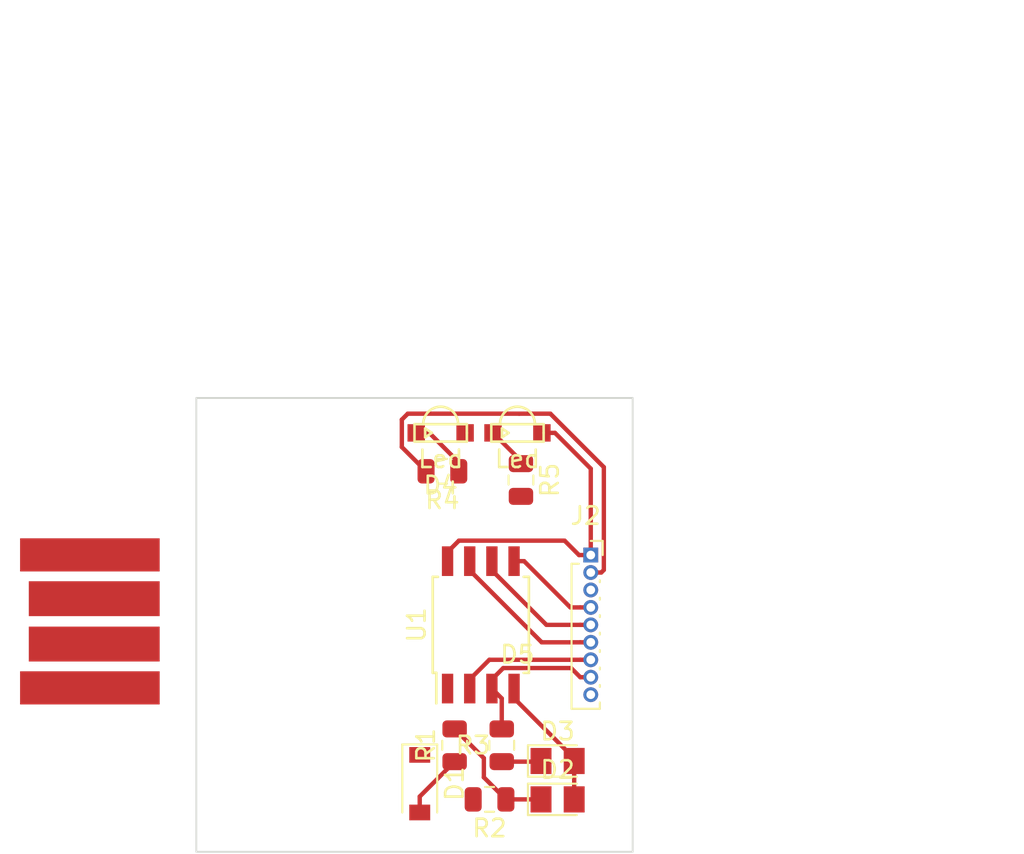
<source format=kicad_pcb>
(kicad_pcb (version 20171130) (host pcbnew "(5.0.0)")

  (general
    (thickness 1.6)
    (drawings 6)
    (tracks 59)
    (zones 0)
    (modules 13)
    (nets 15)
  )

  (page A4)
  (layers
    (0 F.Cu signal)
    (31 B.Cu signal)
    (32 B.Adhes user)
    (33 F.Adhes user)
    (34 B.Paste user)
    (35 F.Paste user)
    (36 B.SilkS user)
    (37 F.SilkS user)
    (38 B.Mask user)
    (39 F.Mask user)
    (40 Dwgs.User user)
    (41 Cmts.User user)
    (42 Eco1.User user)
    (43 Eco2.User user)
    (44 Edge.Cuts user)
    (45 Margin user)
    (46 B.CrtYd user)
    (47 F.CrtYd user)
    (48 B.Fab user)
    (49 F.Fab user)
  )

  (setup
    (last_trace_width 0.25)
    (trace_clearance 0.2)
    (zone_clearance 0.508)
    (zone_45_only no)
    (trace_min 0.2)
    (segment_width 0.2)
    (edge_width 0.1)
    (via_size 0.8)
    (via_drill 0.4)
    (via_min_size 0.4)
    (via_min_drill 0.3)
    (uvia_size 0.3)
    (uvia_drill 0.1)
    (uvias_allowed no)
    (uvia_min_size 0.2)
    (uvia_min_drill 0.1)
    (pcb_text_width 0.3)
    (pcb_text_size 1.5 1.5)
    (mod_edge_width 0.15)
    (mod_text_size 1 1)
    (mod_text_width 0.15)
    (pad_size 1.5 1.5)
    (pad_drill 0.6)
    (pad_to_mask_clearance 0)
    (aux_axis_origin 0 0)
    (visible_elements 7FFFFFFF)
    (pcbplotparams
      (layerselection 0x010fc_ffffffff)
      (usegerberextensions false)
      (usegerberattributes false)
      (usegerberadvancedattributes false)
      (creategerberjobfile false)
      (excludeedgelayer true)
      (linewidth 0.100000)
      (plotframeref false)
      (viasonmask false)
      (mode 1)
      (useauxorigin false)
      (hpglpennumber 1)
      (hpglpenspeed 20)
      (hpglpendiameter 15.000000)
      (psnegative false)
      (psa4output false)
      (plotreference true)
      (plotvalue true)
      (plotinvisibletext false)
      (padsonsilk false)
      (subtractmaskfromsilk false)
      (outputformat 1)
      (mirror false)
      (drillshape 1)
      (scaleselection 1)
      (outputdirectory ""))
  )

  (net 0 "")
  (net 1 "Net-(D1-Pad1)")
  (net 2 +5V)
  (net 3 "Net-(D2-Pad1)")
  (net 4 GND)
  (net 5 "Net-(D3-Pad1)")
  (net 6 "Net-(J2-Pad3)")
  (net 7 "Net-(J2-Pad4)")
  (net 8 "Net-(D4-Pad2)")
  (net 9 "Net-(J2-Pad6)")
  (net 10 "Net-(J2-Pad7)")
  (net 11 "Net-(J2-Pad8)")
  (net 12 "Net-(J2-Pad9)")
  (net 13 "Net-(D4-Pad1)")
  (net 14 "Net-(D5-Pad1)")

  (net_class Default "This is the default net class."
    (clearance 0.2)
    (trace_width 0.25)
    (via_dia 0.8)
    (via_drill 0.4)
    (uvia_dia 0.3)
    (uvia_drill 0.1)
    (add_net +5V)
    (add_net GND)
    (add_net "Net-(D1-Pad1)")
    (add_net "Net-(D2-Pad1)")
    (add_net "Net-(D3-Pad1)")
    (add_net "Net-(D4-Pad1)")
    (add_net "Net-(D4-Pad2)")
    (add_net "Net-(D5-Pad1)")
    (add_net "Net-(J2-Pad3)")
    (add_net "Net-(J2-Pad4)")
    (add_net "Net-(J2-Pad6)")
    (add_net "Net-(J2-Pad7)")
    (add_net "Net-(J2-Pad8)")
    (add_net "Net-(J2-Pad9)")
  )

  (module Package_SO:SOIJ-8_5.3x5.3mm_P1.27mm (layer F.Cu) (tedit 5A02F2D3) (tstamp 5B9DF2E8)
    (at 105.3 89 90)
    (descr "8-Lead Plastic Small Outline (SM) - Medium, 5.28 mm Body [SOIC] (see Microchip Packaging Specification 00000049BS.pdf)")
    (tags "SOIC 1.27")
    (path /5B9D9CB3)
    (attr smd)
    (fp_text reference U1 (at 0 -3.68 90) (layer F.SilkS)
      (effects (font (size 1 1) (thickness 0.15)))
    )
    (fp_text value ATtiny85-20SU (at 0 3.68 90) (layer F.Fab)
      (effects (font (size 1 1) (thickness 0.15)))
    )
    (fp_line (start -2.75 -2.55) (end -4.5 -2.55) (layer F.SilkS) (width 0.15))
    (fp_line (start -2.75 2.755) (end 2.75 2.755) (layer F.SilkS) (width 0.15))
    (fp_line (start -2.75 -2.755) (end 2.75 -2.755) (layer F.SilkS) (width 0.15))
    (fp_line (start -2.75 2.755) (end -2.75 2.455) (layer F.SilkS) (width 0.15))
    (fp_line (start 2.75 2.755) (end 2.75 2.455) (layer F.SilkS) (width 0.15))
    (fp_line (start 2.75 -2.755) (end 2.75 -2.455) (layer F.SilkS) (width 0.15))
    (fp_line (start -2.75 -2.755) (end -2.75 -2.55) (layer F.SilkS) (width 0.15))
    (fp_line (start -4.75 2.95) (end 4.75 2.95) (layer F.CrtYd) (width 0.05))
    (fp_line (start -4.75 -2.95) (end 4.75 -2.95) (layer F.CrtYd) (width 0.05))
    (fp_line (start 4.75 -2.95) (end 4.75 2.95) (layer F.CrtYd) (width 0.05))
    (fp_line (start -4.75 -2.95) (end -4.75 2.95) (layer F.CrtYd) (width 0.05))
    (fp_line (start -2.65 -1.65) (end -1.65 -2.65) (layer F.Fab) (width 0.15))
    (fp_line (start -2.65 2.65) (end -2.65 -1.65) (layer F.Fab) (width 0.15))
    (fp_line (start 2.65 2.65) (end -2.65 2.65) (layer F.Fab) (width 0.15))
    (fp_line (start 2.65 -2.65) (end 2.65 2.65) (layer F.Fab) (width 0.15))
    (fp_line (start -1.65 -2.65) (end 2.65 -2.65) (layer F.Fab) (width 0.15))
    (fp_text user %R (at 0 0 90) (layer F.Fab)
      (effects (font (size 1 1) (thickness 0.15)))
    )
    (pad 8 smd rect (at 3.65 -1.905 90) (size 1.7 0.65) (layers F.Cu F.Paste F.Mask)
      (net 2 +5V))
    (pad 7 smd rect (at 3.65 -0.635 90) (size 1.7 0.65) (layers F.Cu F.Paste F.Mask)
      (net 9 "Net-(J2-Pad6)"))
    (pad 6 smd rect (at 3.65 0.635 90) (size 1.7 0.65) (layers F.Cu F.Paste F.Mask)
      (net 8 "Net-(D4-Pad2)"))
    (pad 5 smd rect (at 3.65 1.905 90) (size 1.7 0.65) (layers F.Cu F.Paste F.Mask)
      (net 7 "Net-(J2-Pad4)"))
    (pad 4 smd rect (at -3.65 1.905 90) (size 1.7 0.65) (layers F.Cu F.Paste F.Mask)
      (net 4 GND))
    (pad 3 smd rect (at -3.65 0.635 90) (size 1.7 0.65) (layers F.Cu F.Paste F.Mask)
      (net 11 "Net-(J2-Pad8)"))
    (pad 2 smd rect (at -3.65 -0.635 90) (size 1.7 0.65) (layers F.Cu F.Paste F.Mask)
      (net 10 "Net-(J2-Pad7)"))
    (pad 1 smd rect (at -3.65 -1.905 90) (size 1.7 0.65) (layers F.Cu F.Paste F.Mask)
      (net 12 "Net-(J2-Pad9)"))
    (model ${KISYS3DMOD}/Package_SO.3dshapes/SOIJ-8_5.3x5.3mm_P1.27mm.wrl
      (at (xyz 0 0 0))
      (scale (xyz 1 1 1))
      (rotate (xyz 0 0 0))
    )
  )

  (module Resistor_SMD:R_0805_2012Metric (layer F.Cu) (tedit 5B36C52B) (tstamp 5B9DFD67)
    (at 107.6 80.7 270)
    (descr "Resistor SMD 0805 (2012 Metric), square (rectangular) end terminal, IPC_7351 nominal, (Body size source: https://docs.google.com/spreadsheets/d/1BsfQQcO9C6DZCsRaXUlFlo91Tg2WpOkGARC1WS5S8t0/edit?usp=sharing), generated with kicad-footprint-generator")
    (tags resistor)
    (path /5B9DA005)
    (attr smd)
    (fp_text reference R5 (at 0 -1.65 270) (layer F.SilkS)
      (effects (font (size 1 1) (thickness 0.15)))
    )
    (fp_text value 470 (at 0 1.65 270) (layer F.Fab)
      (effects (font (size 1 1) (thickness 0.15)))
    )
    (fp_text user %R (at 0 0 270) (layer F.Fab)
      (effects (font (size 0.5 0.5) (thickness 0.08)))
    )
    (fp_line (start 1.68 0.95) (end -1.68 0.95) (layer F.CrtYd) (width 0.05))
    (fp_line (start 1.68 -0.95) (end 1.68 0.95) (layer F.CrtYd) (width 0.05))
    (fp_line (start -1.68 -0.95) (end 1.68 -0.95) (layer F.CrtYd) (width 0.05))
    (fp_line (start -1.68 0.95) (end -1.68 -0.95) (layer F.CrtYd) (width 0.05))
    (fp_line (start -0.258578 0.71) (end 0.258578 0.71) (layer F.SilkS) (width 0.12))
    (fp_line (start -0.258578 -0.71) (end 0.258578 -0.71) (layer F.SilkS) (width 0.12))
    (fp_line (start 1 0.6) (end -1 0.6) (layer F.Fab) (width 0.1))
    (fp_line (start 1 -0.6) (end 1 0.6) (layer F.Fab) (width 0.1))
    (fp_line (start -1 -0.6) (end 1 -0.6) (layer F.Fab) (width 0.1))
    (fp_line (start -1 0.6) (end -1 -0.6) (layer F.Fab) (width 0.1))
    (pad 2 smd roundrect (at 0.9375 0 270) (size 0.975 1.4) (layers F.Cu F.Paste F.Mask) (roundrect_rratio 0.25)
      (net 4 GND))
    (pad 1 smd roundrect (at -0.9375 0 270) (size 0.975 1.4) (layers F.Cu F.Paste F.Mask) (roundrect_rratio 0.25)
      (net 14 "Net-(D5-Pad1)"))
    (model ${KISYS3DMOD}/Resistor_SMD.3dshapes/R_0805_2012Metric.wrl
      (at (xyz 0 0 0))
      (scale (xyz 1 1 1))
      (rotate (xyz 0 0 0))
    )
  )

  (module Connector_PinSocket_1.00mm:PinSocket_1x09_P1.00mm_Vertical (layer F.Cu) (tedit 5A19A433) (tstamp 5B9DF4C9)
    (at 111.6 85)
    (descr "Through hole straight socket strip, 1x09, 1.00mm pitch, single row (https://gct.co/files/drawings/bc065.pdf), script generated")
    (tags "Through hole socket strip THT 1x09 1.00mm single row")
    (path /5BA11A24)
    (fp_text reference J2 (at -0.29 -2.25) (layer F.SilkS)
      (effects (font (size 1 1) (thickness 0.15)))
    )
    (fp_text value Conn_01x09_Female (at -0.29 10.25) (layer F.Fab)
      (effects (font (size 1 1) (thickness 0.15)))
    )
    (fp_text user %R (at -0.29 4 90) (layer F.Fab)
      (effects (font (size 0.9 0.9) (thickness 0.14)))
    )
    (fp_line (start -1.54 9.25) (end -1.54 -1.25) (layer F.CrtYd) (width 0.05))
    (fp_line (start 0.96 9.25) (end -1.54 9.25) (layer F.CrtYd) (width 0.05))
    (fp_line (start 0.96 -1.25) (end 0.96 9.25) (layer F.CrtYd) (width 0.05))
    (fp_line (start -1.54 -1.25) (end 0.96 -1.25) (layer F.CrtYd) (width 0.05))
    (fp_line (start 0 -0.81) (end 0.685 -0.81) (layer F.SilkS) (width 0.12))
    (fp_line (start 0.685 -0.81) (end 0.685 0) (layer F.SilkS) (width 0.12))
    (fp_line (start 0.52 8.445898) (end 0.52 8.81) (layer F.SilkS) (width 0.12))
    (fp_line (start 0.52 7.445898) (end 0.52 7.554102) (layer F.SilkS) (width 0.12))
    (fp_line (start 0.52 6.445898) (end 0.52 6.554102) (layer F.SilkS) (width 0.12))
    (fp_line (start 0.52 5.445898) (end 0.52 5.554102) (layer F.SilkS) (width 0.12))
    (fp_line (start 0.52 4.445898) (end 0.52 4.554102) (layer F.SilkS) (width 0.12))
    (fp_line (start 0.52 3.445898) (end 0.52 3.554102) (layer F.SilkS) (width 0.12))
    (fp_line (start 0.52 2.445898) (end 0.52 2.554102) (layer F.SilkS) (width 0.12))
    (fp_line (start 0.52 1.445898) (end 0.52 1.554102) (layer F.SilkS) (width 0.12))
    (fp_line (start -1.1 8.81) (end 0.52 8.81) (layer F.SilkS) (width 0.12))
    (fp_line (start -1.1 0.5) (end -1.1 8.81) (layer F.SilkS) (width 0.12))
    (fp_line (start -1.1 0.5) (end -0.685 0.5) (layer F.SilkS) (width 0.12))
    (fp_line (start -1.04 8.75) (end -1.04 -0.75) (layer F.Fab) (width 0.1))
    (fp_line (start 0.46 8.75) (end -1.04 8.75) (layer F.Fab) (width 0.1))
    (fp_line (start 0.46 -0.375) (end 0.46 8.75) (layer F.Fab) (width 0.1))
    (fp_line (start 0.085 -0.75) (end 0.46 -0.375) (layer F.Fab) (width 0.1))
    (fp_line (start -1.04 -0.75) (end 0.085 -0.75) (layer F.Fab) (width 0.1))
    (pad 9 thru_hole oval (at 0 8) (size 0.85 0.85) (drill 0.5) (layers *.Cu *.Mask)
      (net 12 "Net-(J2-Pad9)"))
    (pad 8 thru_hole oval (at 0 7) (size 0.85 0.85) (drill 0.5) (layers *.Cu *.Mask)
      (net 11 "Net-(J2-Pad8)"))
    (pad 7 thru_hole oval (at 0 6) (size 0.85 0.85) (drill 0.5) (layers *.Cu *.Mask)
      (net 10 "Net-(J2-Pad7)"))
    (pad 6 thru_hole oval (at 0 5) (size 0.85 0.85) (drill 0.5) (layers *.Cu *.Mask)
      (net 9 "Net-(J2-Pad6)"))
    (pad 5 thru_hole oval (at 0 4) (size 0.85 0.85) (drill 0.5) (layers *.Cu *.Mask)
      (net 8 "Net-(D4-Pad2)"))
    (pad 4 thru_hole oval (at 0 3) (size 0.85 0.85) (drill 0.5) (layers *.Cu *.Mask)
      (net 7 "Net-(J2-Pad4)"))
    (pad 3 thru_hole oval (at 0 2) (size 0.85 0.85) (drill 0.5) (layers *.Cu *.Mask)
      (net 6 "Net-(J2-Pad3)"))
    (pad 2 thru_hole oval (at 0 1) (size 0.85 0.85) (drill 0.5) (layers *.Cu *.Mask)
      (net 4 GND))
    (pad 1 thru_hole rect (at 0 0) (size 0.85 0.85) (drill 0.5) (layers *.Cu *.Mask)
      (net 2 +5V))
    (model ${KISYS3DMOD}/Connector_PinSocket_1.00mm.3dshapes/PinSocket_1x09_P1.00mm_Vertical.wrl
      (at (xyz 0 0 0))
      (scale (xyz 1 1 1))
      (rotate (xyz 0 0 0))
    )
  )

  (module Diode_SMD:D_SOD-123 (layer F.Cu) (tedit 58645DC7) (tstamp 5B9DF1A4)
    (at 101.8 98.1 270)
    (descr SOD-123)
    (tags SOD-123)
    (path /5B9DA5AD)
    (attr smd)
    (fp_text reference D1 (at 0 -2 270) (layer F.SilkS)
      (effects (font (size 1 1) (thickness 0.15)))
    )
    (fp_text value DIODE (at 0 2.1 270) (layer F.Fab)
      (effects (font (size 1 1) (thickness 0.15)))
    )
    (fp_line (start -2.25 -1) (end 1.65 -1) (layer F.SilkS) (width 0.12))
    (fp_line (start -2.25 1) (end 1.65 1) (layer F.SilkS) (width 0.12))
    (fp_line (start -2.35 -1.15) (end -2.35 1.15) (layer F.CrtYd) (width 0.05))
    (fp_line (start 2.35 1.15) (end -2.35 1.15) (layer F.CrtYd) (width 0.05))
    (fp_line (start 2.35 -1.15) (end 2.35 1.15) (layer F.CrtYd) (width 0.05))
    (fp_line (start -2.35 -1.15) (end 2.35 -1.15) (layer F.CrtYd) (width 0.05))
    (fp_line (start -1.4 -0.9) (end 1.4 -0.9) (layer F.Fab) (width 0.1))
    (fp_line (start 1.4 -0.9) (end 1.4 0.9) (layer F.Fab) (width 0.1))
    (fp_line (start 1.4 0.9) (end -1.4 0.9) (layer F.Fab) (width 0.1))
    (fp_line (start -1.4 0.9) (end -1.4 -0.9) (layer F.Fab) (width 0.1))
    (fp_line (start -0.75 0) (end -0.35 0) (layer F.Fab) (width 0.1))
    (fp_line (start -0.35 0) (end -0.35 -0.55) (layer F.Fab) (width 0.1))
    (fp_line (start -0.35 0) (end -0.35 0.55) (layer F.Fab) (width 0.1))
    (fp_line (start -0.35 0) (end 0.25 -0.4) (layer F.Fab) (width 0.1))
    (fp_line (start 0.25 -0.4) (end 0.25 0.4) (layer F.Fab) (width 0.1))
    (fp_line (start 0.25 0.4) (end -0.35 0) (layer F.Fab) (width 0.1))
    (fp_line (start 0.25 0) (end 0.75 0) (layer F.Fab) (width 0.1))
    (fp_line (start -2.25 -1) (end -2.25 1) (layer F.SilkS) (width 0.12))
    (fp_text user %R (at 0 -2 270) (layer F.Fab)
      (effects (font (size 1 1) (thickness 0.15)))
    )
    (pad 2 smd rect (at 1.65 0 270) (size 0.9 1.2) (layers F.Cu F.Paste F.Mask)
      (net 2 +5V))
    (pad 1 smd rect (at -1.65 0 270) (size 0.9 1.2) (layers F.Cu F.Paste F.Mask)
      (net 1 "Net-(D1-Pad1)"))
    (model ${KISYS3DMOD}/Diode_SMD.3dshapes/D_SOD-123.wrl
      (at (xyz 0 0 0))
      (scale (xyz 1 1 1))
      (rotate (xyz 0 0 0))
    )
  )

  (module Diode_SMD:D_MicroMELF (layer F.Cu) (tedit 5905DB79) (tstamp 5B9DF12C)
    (at 109.7 99)
    (descr "Diode, MicroMELF, http://www.vishay.com/docs/85597/bzm55-se.pdf")
    (tags "MicroMELF Diode")
    (path /5B9DA231)
    (attr smd)
    (fp_text reference D2 (at 0 -1.7) (layer F.SilkS)
      (effects (font (size 1 1) (thickness 0.15)))
    )
    (fp_text value 3,6v (at 0 1.8) (layer F.Fab)
      (effects (font (size 1 1) (thickness 0.15)))
    )
    (fp_line (start 1.8 1) (end -1.8 1) (layer F.CrtYd) (width 0.05))
    (fp_line (start 1.8 1) (end 1.8 -1) (layer F.CrtYd) (width 0.05))
    (fp_line (start -1.8 -1) (end -1.8 1) (layer F.CrtYd) (width 0.05))
    (fp_line (start -1.8 -1) (end 1.8 -1) (layer F.CrtYd) (width 0.05))
    (fp_line (start -1.1 0.55) (end -1.1 -0.55) (layer F.Fab) (width 0.12))
    (fp_line (start 1.1 0.55) (end -1.1 0.55) (layer F.Fab) (width 0.12))
    (fp_line (start 1.1 -0.55) (end 1.1 0.55) (layer F.Fab) (width 0.12))
    (fp_line (start -1.1 -0.55) (end 1.1 -0.55) (layer F.Fab) (width 0.12))
    (fp_line (start -0.6 -0.55) (end -0.6 0.55) (layer F.Fab) (width 0.12))
    (fp_text user %R (at 0 -1.7) (layer F.Fab)
      (effects (font (size 1 1) (thickness 0.15)))
    )
    (fp_line (start -0.25 -0.25) (end -0.25 0.25) (layer F.Fab) (width 0.12))
    (fp_line (start -0.25 0) (end -0.75 0) (layer F.Fab) (width 0.12))
    (fp_line (start 0.25 0.25) (end -0.25 0) (layer F.Fab) (width 0.12))
    (fp_line (start 0.25 -0.25) (end 0.25 0.25) (layer F.Fab) (width 0.12))
    (fp_line (start -0.25 0) (end 0.25 -0.25) (layer F.Fab) (width 0.12))
    (fp_line (start 0.25 0) (end 0.75 0) (layer F.Fab) (width 0.12))
    (fp_line (start -1.7 0.9) (end 1.1 0.9) (layer F.SilkS) (width 0.12))
    (fp_line (start -1.7 -0.9) (end -1.7 0.9) (layer F.SilkS) (width 0.12))
    (fp_line (start 1.1 -0.9) (end -1.7 -0.9) (layer F.SilkS) (width 0.12))
    (pad 2 smd rect (at 0.95 0) (size 1.2 1.5) (layers F.Cu F.Paste F.Mask)
      (net 4 GND))
    (pad 1 smd rect (at -0.95 0) (size 1.2 1.5) (layers F.Cu F.Paste F.Mask)
      (net 3 "Net-(D2-Pad1)"))
    (model ${KISYS3DMOD}/Diode_SMD.3dshapes/D_MicroMELF.wrl
      (at (xyz 0 0 0))
      (scale (xyz 1 1 1))
      (rotate (xyz 0 0 0))
    )
  )

  (module Diode_SMD:D_MicroMELF (layer F.Cu) (tedit 5905DB79) (tstamp 5B9DF1EC)
    (at 109.7 96.8)
    (descr "Diode, MicroMELF, http://www.vishay.com/docs/85597/bzm55-se.pdf")
    (tags "MicroMELF Diode")
    (path /5B9DA27C)
    (attr smd)
    (fp_text reference D3 (at 0 -1.7) (layer F.SilkS)
      (effects (font (size 1 1) (thickness 0.15)))
    )
    (fp_text value 3,6v (at 0 1.8) (layer F.Fab)
      (effects (font (size 1 1) (thickness 0.15)))
    )
    (fp_line (start 1.8 1) (end -1.8 1) (layer F.CrtYd) (width 0.05))
    (fp_line (start 1.8 1) (end 1.8 -1) (layer F.CrtYd) (width 0.05))
    (fp_line (start -1.8 -1) (end -1.8 1) (layer F.CrtYd) (width 0.05))
    (fp_line (start -1.8 -1) (end 1.8 -1) (layer F.CrtYd) (width 0.05))
    (fp_line (start -1.1 0.55) (end -1.1 -0.55) (layer F.Fab) (width 0.12))
    (fp_line (start 1.1 0.55) (end -1.1 0.55) (layer F.Fab) (width 0.12))
    (fp_line (start 1.1 -0.55) (end 1.1 0.55) (layer F.Fab) (width 0.12))
    (fp_line (start -1.1 -0.55) (end 1.1 -0.55) (layer F.Fab) (width 0.12))
    (fp_line (start -0.6 -0.55) (end -0.6 0.55) (layer F.Fab) (width 0.12))
    (fp_text user %R (at 0 -1.7) (layer F.Fab)
      (effects (font (size 1 1) (thickness 0.15)))
    )
    (fp_line (start -0.25 -0.25) (end -0.25 0.25) (layer F.Fab) (width 0.12))
    (fp_line (start -0.25 0) (end -0.75 0) (layer F.Fab) (width 0.12))
    (fp_line (start 0.25 0.25) (end -0.25 0) (layer F.Fab) (width 0.12))
    (fp_line (start 0.25 -0.25) (end 0.25 0.25) (layer F.Fab) (width 0.12))
    (fp_line (start -0.25 0) (end 0.25 -0.25) (layer F.Fab) (width 0.12))
    (fp_line (start 0.25 0) (end 0.75 0) (layer F.Fab) (width 0.12))
    (fp_line (start -1.7 0.9) (end 1.1 0.9) (layer F.SilkS) (width 0.12))
    (fp_line (start -1.7 -0.9) (end -1.7 0.9) (layer F.SilkS) (width 0.12))
    (fp_line (start 1.1 -0.9) (end -1.7 -0.9) (layer F.SilkS) (width 0.12))
    (pad 2 smd rect (at 0.95 0) (size 1.2 1.5) (layers F.Cu F.Paste F.Mask)
      (net 4 GND))
    (pad 1 smd rect (at -0.95 0) (size 1.2 1.5) (layers F.Cu F.Paste F.Mask)
      (net 5 "Net-(D3-Pad1)"))
    (model ${KISYS3DMOD}/Diode_SMD.3dshapes/D_MicroMELF.wrl
      (at (xyz 0 0 0))
      (scale (xyz 1 1 1))
      (rotate (xyz 0 0 0))
    )
  )

  (module Resistor_SMD:R_0805_2012Metric (layer F.Cu) (tedit 5B36C52B) (tstamp 5B9E76A4)
    (at 103.8 95.9 90)
    (descr "Resistor SMD 0805 (2012 Metric), square (rectangular) end terminal, IPC_7351 nominal, (Body size source: https://docs.google.com/spreadsheets/d/1BsfQQcO9C6DZCsRaXUlFlo91Tg2WpOkGARC1WS5S8t0/edit?usp=sharing), generated with kicad-footprint-generator")
    (tags resistor)
    (path /5B9DA46A)
    (attr smd)
    (fp_text reference R1 (at 0 -1.65 90) (layer F.SilkS)
      (effects (font (size 1 1) (thickness 0.15)))
    )
    (fp_text value 1K5 (at 0 1.65 90) (layer F.Fab)
      (effects (font (size 1 1) (thickness 0.15)))
    )
    (fp_text user %R (at 0 0 90) (layer F.Fab)
      (effects (font (size 0.5 0.5) (thickness 0.08)))
    )
    (fp_line (start 1.68 0.95) (end -1.68 0.95) (layer F.CrtYd) (width 0.05))
    (fp_line (start 1.68 -0.95) (end 1.68 0.95) (layer F.CrtYd) (width 0.05))
    (fp_line (start -1.68 -0.95) (end 1.68 -0.95) (layer F.CrtYd) (width 0.05))
    (fp_line (start -1.68 0.95) (end -1.68 -0.95) (layer F.CrtYd) (width 0.05))
    (fp_line (start -0.258578 0.71) (end 0.258578 0.71) (layer F.SilkS) (width 0.12))
    (fp_line (start -0.258578 -0.71) (end 0.258578 -0.71) (layer F.SilkS) (width 0.12))
    (fp_line (start 1 0.6) (end -1 0.6) (layer F.Fab) (width 0.1))
    (fp_line (start 1 -0.6) (end 1 0.6) (layer F.Fab) (width 0.1))
    (fp_line (start -1 -0.6) (end 1 -0.6) (layer F.Fab) (width 0.1))
    (fp_line (start -1 0.6) (end -1 -0.6) (layer F.Fab) (width 0.1))
    (pad 2 smd roundrect (at 0.9375 0 90) (size 0.975 1.4) (layers F.Cu F.Paste F.Mask) (roundrect_rratio 0.25)
      (net 3 "Net-(D2-Pad1)"))
    (pad 1 smd roundrect (at -0.9375 0 90) (size 0.975 1.4) (layers F.Cu F.Paste F.Mask) (roundrect_rratio 0.25)
      (net 2 +5V))
    (model ${KISYS3DMOD}/Resistor_SMD.3dshapes/R_0805_2012Metric.wrl
      (at (xyz 0 0 0))
      (scale (xyz 1 1 1))
      (rotate (xyz 0 0 0))
    )
  )

  (module Resistor_SMD:R_0805_2012Metric (layer F.Cu) (tedit 5B36C52B) (tstamp 5B9DF22C)
    (at 105.8 99 180)
    (descr "Resistor SMD 0805 (2012 Metric), square (rectangular) end terminal, IPC_7351 nominal, (Body size source: https://docs.google.com/spreadsheets/d/1BsfQQcO9C6DZCsRaXUlFlo91Tg2WpOkGARC1WS5S8t0/edit?usp=sharing), generated with kicad-footprint-generator")
    (tags resistor)
    (path /5B9DA2A9)
    (attr smd)
    (fp_text reference R2 (at 0 -1.65 180) (layer F.SilkS)
      (effects (font (size 1 1) (thickness 0.15)))
    )
    (fp_text value 68 (at 0 1.65 270) (layer F.Fab)
      (effects (font (size 1 1) (thickness 0.15)))
    )
    (fp_text user %R (at 0 0 180) (layer F.Fab)
      (effects (font (size 0.5 0.5) (thickness 0.08)))
    )
    (fp_line (start 1.68 0.95) (end -1.68 0.95) (layer F.CrtYd) (width 0.05))
    (fp_line (start 1.68 -0.95) (end 1.68 0.95) (layer F.CrtYd) (width 0.05))
    (fp_line (start -1.68 -0.95) (end 1.68 -0.95) (layer F.CrtYd) (width 0.05))
    (fp_line (start -1.68 0.95) (end -1.68 -0.95) (layer F.CrtYd) (width 0.05))
    (fp_line (start -0.258578 0.71) (end 0.258578 0.71) (layer F.SilkS) (width 0.12))
    (fp_line (start -0.258578 -0.71) (end 0.258578 -0.71) (layer F.SilkS) (width 0.12))
    (fp_line (start 1 0.6) (end -1 0.6) (layer F.Fab) (width 0.1))
    (fp_line (start 1 -0.6) (end 1 0.6) (layer F.Fab) (width 0.1))
    (fp_line (start -1 -0.6) (end 1 -0.6) (layer F.Fab) (width 0.1))
    (fp_line (start -1 0.6) (end -1 -0.6) (layer F.Fab) (width 0.1))
    (pad 2 smd roundrect (at 0.9375 0 180) (size 0.975 1.4) (layers F.Cu F.Paste F.Mask) (roundrect_rratio 0.25)
      (net 10 "Net-(J2-Pad7)"))
    (pad 1 smd roundrect (at -0.9375 0 180) (size 0.975 1.4) (layers F.Cu F.Paste F.Mask) (roundrect_rratio 0.25)
      (net 3 "Net-(D2-Pad1)"))
    (model ${KISYS3DMOD}/Resistor_SMD.3dshapes/R_0805_2012Metric.wrl
      (at (xyz 0 0 0))
      (scale (xyz 1 1 1))
      (rotate (xyz 0 0 0))
    )
  )

  (module Resistor_SMD:R_0805_2012Metric (layer F.Cu) (tedit 5B36C52B) (tstamp 5B9E00CF)
    (at 106.5 95.9 90)
    (descr "Resistor SMD 0805 (2012 Metric), square (rectangular) end terminal, IPC_7351 nominal, (Body size source: https://docs.google.com/spreadsheets/d/1BsfQQcO9C6DZCsRaXUlFlo91Tg2WpOkGARC1WS5S8t0/edit?usp=sharing), generated with kicad-footprint-generator")
    (tags resistor)
    (path /5B9DA3D2)
    (attr smd)
    (fp_text reference R3 (at 0 -1.65 180) (layer F.SilkS)
      (effects (font (size 1 1) (thickness 0.15)))
    )
    (fp_text value 68 (at 0 1.65 90) (layer F.Fab)
      (effects (font (size 1 1) (thickness 0.15)))
    )
    (fp_text user %R (at 0 0 90) (layer F.Fab)
      (effects (font (size 0.5 0.5) (thickness 0.08)))
    )
    (fp_line (start 1.68 0.95) (end -1.68 0.95) (layer F.CrtYd) (width 0.05))
    (fp_line (start 1.68 -0.95) (end 1.68 0.95) (layer F.CrtYd) (width 0.05))
    (fp_line (start -1.68 -0.95) (end 1.68 -0.95) (layer F.CrtYd) (width 0.05))
    (fp_line (start -1.68 0.95) (end -1.68 -0.95) (layer F.CrtYd) (width 0.05))
    (fp_line (start -0.258578 0.71) (end 0.258578 0.71) (layer F.SilkS) (width 0.12))
    (fp_line (start -0.258578 -0.71) (end 0.258578 -0.71) (layer F.SilkS) (width 0.12))
    (fp_line (start 1 0.6) (end -1 0.6) (layer F.Fab) (width 0.1))
    (fp_line (start 1 -0.6) (end 1 0.6) (layer F.Fab) (width 0.1))
    (fp_line (start -1 -0.6) (end 1 -0.6) (layer F.Fab) (width 0.1))
    (fp_line (start -1 0.6) (end -1 -0.6) (layer F.Fab) (width 0.1))
    (pad 2 smd roundrect (at 0.9375 0 90) (size 0.975 1.4) (layers F.Cu F.Paste F.Mask) (roundrect_rratio 0.25)
      (net 11 "Net-(J2-Pad8)"))
    (pad 1 smd roundrect (at -0.9375 0 90) (size 0.975 1.4) (layers F.Cu F.Paste F.Mask) (roundrect_rratio 0.25)
      (net 5 "Net-(D3-Pad1)"))
    (model ${KISYS3DMOD}/Resistor_SMD.3dshapes/R_0805_2012Metric.wrl
      (at (xyz 0 0 0))
      (scale (xyz 1 1 1))
      (rotate (xyz 0 0 0))
    )
  )

  (module Resistor_SMD:R_0805_2012Metric (layer F.Cu) (tedit 5B36C52B) (tstamp 5B9DF7F0)
    (at 103.1 80.2 180)
    (descr "Resistor SMD 0805 (2012 Metric), square (rectangular) end terminal, IPC_7351 nominal, (Body size source: https://docs.google.com/spreadsheets/d/1BsfQQcO9C6DZCsRaXUlFlo91Tg2WpOkGARC1WS5S8t0/edit?usp=sharing), generated with kicad-footprint-generator")
    (tags resistor)
    (path /5B9D9FBB)
    (attr smd)
    (fp_text reference R4 (at 0 -1.65 180) (layer F.SilkS)
      (effects (font (size 1 1) (thickness 0.15)))
    )
    (fp_text value 470 (at 0 1.65 180) (layer F.Fab)
      (effects (font (size 1 1) (thickness 0.15)))
    )
    (fp_text user %R (at 0 0 180) (layer F.Fab)
      (effects (font (size 0.5 0.5) (thickness 0.08)))
    )
    (fp_line (start 1.68 0.95) (end -1.68 0.95) (layer F.CrtYd) (width 0.05))
    (fp_line (start 1.68 -0.95) (end 1.68 0.95) (layer F.CrtYd) (width 0.05))
    (fp_line (start -1.68 -0.95) (end 1.68 -0.95) (layer F.CrtYd) (width 0.05))
    (fp_line (start -1.68 0.95) (end -1.68 -0.95) (layer F.CrtYd) (width 0.05))
    (fp_line (start -0.258578 0.71) (end 0.258578 0.71) (layer F.SilkS) (width 0.12))
    (fp_line (start -0.258578 -0.71) (end 0.258578 -0.71) (layer F.SilkS) (width 0.12))
    (fp_line (start 1 0.6) (end -1 0.6) (layer F.Fab) (width 0.1))
    (fp_line (start 1 -0.6) (end 1 0.6) (layer F.Fab) (width 0.1))
    (fp_line (start -1 -0.6) (end 1 -0.6) (layer F.Fab) (width 0.1))
    (fp_line (start -1 0.6) (end -1 -0.6) (layer F.Fab) (width 0.1))
    (pad 2 smd roundrect (at 0.9375 0 180) (size 0.975 1.4) (layers F.Cu F.Paste F.Mask) (roundrect_rratio 0.25)
      (net 4 GND))
    (pad 1 smd roundrect (at -0.9375 0 180) (size 0.975 1.4) (layers F.Cu F.Paste F.Mask) (roundrect_rratio 0.25)
      (net 13 "Net-(D4-Pad1)"))
    (model ${KISYS3DMOD}/Resistor_SMD.3dshapes/R_0805_2012Metric.wrl
      (at (xyz 0 0 0))
      (scale (xyz 1 1 1))
      (rotate (xyz 0 0 0))
    )
  )

  (module uccMicroDuino:LedSmd1221SYGCS530XXTR8 (layer F.Cu) (tedit 5B9E7B98) (tstamp 5B9DF04B)
    (at 103 78)
    (path /5B9D9F26)
    (attr smd)
    (fp_text reference D4 (at 0 3) (layer F.SilkS)
      (effects (font (size 1 1) (thickness 0.15)))
    )
    (fp_text value LED_GREEN (at 0 -3) (layer F.Fab)
      (effects (font (size 1 1) (thickness 0.15)))
    )
    (fp_line (start 1.5 0) (end 1.5 -0.5) (layer F.SilkS) (width 0.15))
    (fp_line (start 1.5 -0.5) (end -1.5 -0.5) (layer F.SilkS) (width 0.15))
    (fp_line (start -1.5 -0.5) (end -1.5 0.5) (layer F.SilkS) (width 0.15))
    (fp_line (start -1.5 0.5) (end 1.5 0.5) (layer F.SilkS) (width 0.15))
    (fp_line (start 1.5 0.5) (end 1.5 0) (layer F.SilkS) (width 0.15))
    (fp_arc (start 0 -0.5) (end 1 -0.5) (angle -180) (layer F.SilkS) (width 0.15))
    (fp_text user Led (at 0 1.5) (layer F.SilkS)
      (effects (font (size 1 1) (thickness 0.15)))
    )
    (fp_line (start -0.889 -0.127) (end -0.889 0.254) (layer F.SilkS) (width 0.15))
    (fp_line (start -0.889 0.254) (end -0.508 0) (layer F.SilkS) (width 0.15))
    (fp_line (start -0.508 0) (end -0.889 -0.254) (layer F.SilkS) (width 0.15))
    (fp_line (start -0.889 -0.254) (end -0.889 -0.127) (layer F.SilkS) (width 0.15))
    (pad 1 smd rect (at -1.4 0) (size 1 1) (layers F.Cu F.Paste F.Mask)
      (net 13 "Net-(D4-Pad1)"))
    (pad 2 smd rect (at 1.4 0) (size 1 1) (layers F.Cu F.Paste F.Mask)
      (net 8 "Net-(D4-Pad2)"))
  )

  (module uccMicroDuino:LedSmd1221SYGCS530XXTR8 (layer F.Cu) (tedit 5B9DE1D5) (tstamp 5B9DF05C)
    (at 107.4 78)
    (path /5B9D9EB3)
    (attr smd)
    (fp_text reference D5 (at 0 12.7) (layer F.SilkS)
      (effects (font (size 1 1) (thickness 0.15)))
    )
    (fp_text value LED_RED (at 0 -10.16) (layer F.Fab)
      (effects (font (size 1 1) (thickness 0.15)))
    )
    (fp_line (start 1.5 0) (end 1.5 -0.5) (layer F.SilkS) (width 0.15))
    (fp_line (start 1.5 -0.5) (end -1.5 -0.5) (layer F.SilkS) (width 0.15))
    (fp_line (start -1.5 -0.5) (end -1.5 0.5) (layer F.SilkS) (width 0.15))
    (fp_line (start -1.5 0.5) (end 1.5 0.5) (layer F.SilkS) (width 0.15))
    (fp_line (start 1.5 0.5) (end 1.5 0) (layer F.SilkS) (width 0.15))
    (fp_arc (start 0 -0.5) (end 1 -0.5) (angle -180) (layer F.SilkS) (width 0.15))
    (fp_text user Led (at 0 1.5) (layer F.SilkS)
      (effects (font (size 1 1) (thickness 0.15)))
    )
    (fp_line (start -0.889 -0.127) (end -0.889 0.254) (layer F.SilkS) (width 0.15))
    (fp_line (start -0.889 0.254) (end -0.508 0) (layer F.SilkS) (width 0.15))
    (fp_line (start -0.508 0) (end -0.889 -0.254) (layer F.SilkS) (width 0.15))
    (fp_line (start -0.889 -0.254) (end -0.889 -0.127) (layer F.SilkS) (width 0.15))
    (pad 1 smd rect (at -1.4 0) (size 1 1) (layers F.Cu F.Paste F.Mask)
      (net 14 "Net-(D5-Pad1)"))
    (pad 2 smd rect (at 1.4 0) (size 1 1) (layers F.Cu F.Paste F.Mask)
      (net 2 +5V))
  )

  (module uccMicroDuino:usb-PCB (layer F.Cu) (tedit 542BB0AF) (tstamp 5B9DF067)
    (at 78 88.8 270)
    (path /5BA191F4)
    (attr virtual)
    (fp_text reference J1 (at 0.13 -7.85 270) (layer F.SilkS) hide
      (effects (font (size 1.5 1.5) (thickness 0.15)))
    )
    (fp_text value USB_A_PLUG (at 0.29 -10.13 270) (layer F.SilkS) hide
      (effects (font (size 1.5 1.5) (thickness 0.15)))
    )
    (fp_line (start -6.03 0) (end -6.03 -12) (layer Dwgs.User) (width 0.15))
    (fp_line (start 6.03 0) (end -6.03 0) (layer Dwgs.User) (width 0.15))
    (fp_line (start 6.03 0) (end 6.03 -12) (layer Dwgs.User) (width 0.15))
    (pad 2 connect rect (at 1.3 -5.15 270) (size 2 7.5) (layers F.Cu F.Mask)
      (net 3 "Net-(D2-Pad1)"))
    (pad 3 connect rect (at -1.3 -5.15 270) (size 2 7.5) (layers F.Cu F.Mask)
      (net 5 "Net-(D3-Pad1)"))
    (pad 4 connect rect (at -3.81 -4.9 270) (size 1.9 8) (layers F.Cu F.Mask)
      (net 4 GND))
    (pad 1 connect rect (at 3.81 -4.9 270) (size 1.9 8) (layers F.Cu F.Mask)
      (net 1 "Net-(D1-Pad1)"))
  )

  (dimension 26 (width 0.3) (layer Dwgs.User)
    (gr_text "26.000 mm" (at 134.5 89 270) (layer Dwgs.User)
      (effects (font (size 1.5 1.5) (thickness 0.3)))
    )
    (feature1 (pts (xy 114 102) (xy 132.986421 102)))
    (feature2 (pts (xy 114 76) (xy 132.986421 76)))
    (crossbar (pts (xy 132.4 76) (xy 132.4 102)))
    (arrow1a (pts (xy 132.4 102) (xy 131.813579 100.873496)))
    (arrow1b (pts (xy 132.4 102) (xy 132.986421 100.873496)))
    (arrow2a (pts (xy 132.4 76) (xy 131.813579 77.126504)))
    (arrow2b (pts (xy 132.4 76) (xy 132.986421 77.126504)))
  )
  (dimension 25 (width 0.3) (layer Dwgs.User)
    (gr_text "25.000 mm" (at 101.5 54.3) (layer Dwgs.User)
      (effects (font (size 1.5 1.5) (thickness 0.3)))
    )
    (feature1 (pts (xy 114 76) (xy 114 55.813579)))
    (feature2 (pts (xy 89 76) (xy 89 55.813579)))
    (crossbar (pts (xy 89 56.4) (xy 114 56.4)))
    (arrow1a (pts (xy 114 56.4) (xy 112.873496 56.986421)))
    (arrow1b (pts (xy 114 56.4) (xy 112.873496 55.813579)))
    (arrow2a (pts (xy 89 56.4) (xy 90.126504 56.986421)))
    (arrow2b (pts (xy 89 56.4) (xy 90.126504 55.813579)))
  )
  (gr_line (start 89 76) (end 114 76) (layer Edge.Cuts) (width 0.1))
  (gr_line (start 89 102) (end 89 76) (layer Edge.Cuts) (width 0.1))
  (gr_line (start 114 102) (end 89 102) (layer Edge.Cuts) (width 0.1))
  (gr_line (start 114 76) (end 114 102) (layer Edge.Cuts) (width 0.1))

  (segment (start 109.55 78) (end 108.8 78) (width 0.25) (layer F.Cu) (net 2))
  (segment (start 111.6 80.05) (end 109.55 78) (width 0.25) (layer F.Cu) (net 2))
  (segment (start 111.6 85) (end 111.6 80.05) (width 0.25) (layer F.Cu) (net 2))
  (segment (start 103.365 85.575) (end 103.365 85.05) (width 0.25) (layer F.Cu) (net 2))
  (segment (start 110.925 85) (end 111.6 85) (width 0.25) (layer F.Cu) (net 2))
  (segment (start 110.099999 84.174999) (end 110.925 85) (width 0.25) (layer F.Cu) (net 2))
  (segment (start 104.045001 84.174999) (end 110.099999 84.174999) (width 0.25) (layer F.Cu) (net 2))
  (segment (start 103.395 84.825) (end 104.045001 84.174999) (width 0.25) (layer F.Cu) (net 2))
  (segment (start 103.395 85.35) (end 103.395 84.825) (width 0.25) (layer F.Cu) (net 2))
  (segment (start 101.8 98.8375) (end 103.8 96.8375) (width 0.25) (layer F.Cu) (net 2))
  (segment (start 101.8 99.75) (end 101.8 98.8375) (width 0.25) (layer F.Cu) (net 2))
  (segment (start 106.7375 99) (end 108.75 99) (width 0.25) (layer F.Cu) (net 3))
  (segment (start 104.356237 95.518737) (end 103.8 94.9625) (width 0.25) (layer F.Cu) (net 3))
  (segment (start 105.47499 96.63749) (end 104.356237 95.518737) (width 0.25) (layer F.Cu) (net 3))
  (segment (start 105.47499 97.73749) (end 105.47499 96.63749) (width 0.25) (layer F.Cu) (net 3))
  (segment (start 106.7375 99) (end 105.47499 97.73749) (width 0.25) (layer F.Cu) (net 3))
  (segment (start 110.65 96.8) (end 110.65 99) (width 0.25) (layer F.Cu) (net 4))
  (segment (start 100.774999 77.239999) (end 101.114998 76.9) (width 0.25) (layer F.Cu) (net 4))
  (segment (start 102.1625 80.2) (end 100.774999 78.812499) (width 0.25) (layer F.Cu) (net 4))
  (segment (start 100.774999 78.812499) (end 100.774999 77.239999) (width 0.25) (layer F.Cu) (net 4))
  (segment (start 112.350001 85.851039) (end 112.20104 86) (width 0.25) (layer F.Cu) (net 4))
  (segment (start 112.350001 79.964999) (end 112.350001 85.851039) (width 0.25) (layer F.Cu) (net 4))
  (segment (start 109.285002 76.9) (end 112.350001 79.964999) (width 0.25) (layer F.Cu) (net 4))
  (segment (start 101.114998 76.9) (end 107.5 76.9) (width 0.25) (layer F.Cu) (net 4))
  (segment (start 107.5 76.9) (end 109.285002 76.9) (width 0.25) (layer F.Cu) (net 4))
  (segment (start 112.20104 86) (end 111.6 86) (width 0.25) (layer F.Cu) (net 4))
  (segment (start 110.65 96.65) (end 110.65 96.8) (width 0.25) (layer F.Cu) (net 4))
  (segment (start 107.205 93.205) (end 110.65 96.65) (width 0.25) (layer F.Cu) (net 4))
  (segment (start 107.205 92.65) (end 107.205 93.205) (width 0.25) (layer F.Cu) (net 4))
  (segment (start 108.7125 96.8375) (end 108.75 96.8) (width 0.25) (layer F.Cu) (net 5))
  (segment (start 106.5 96.8375) (end 108.7125 96.8375) (width 0.25) (layer F.Cu) (net 5))
  (segment (start 110.99896 88) (end 111.6 88) (width 0.25) (layer F.Cu) (net 7))
  (segment (start 110.43 88) (end 110.99896 88) (width 0.25) (layer F.Cu) (net 7))
  (segment (start 107.78 85.35) (end 110.43 88) (width 0.25) (layer F.Cu) (net 7))
  (segment (start 107.205 85.35) (end 107.78 85.35) (width 0.25) (layer F.Cu) (net 7))
  (segment (start 110.99896 89) (end 111.6 89) (width 0.25) (layer F.Cu) (net 8))
  (segment (start 109.06 89) (end 110.99896 89) (width 0.25) (layer F.Cu) (net 8))
  (segment (start 105.935 85.875) (end 109.06 89) (width 0.25) (layer F.Cu) (net 8))
  (segment (start 105.935 85.35) (end 105.935 85.875) (width 0.25) (layer F.Cu) (net 8))
  (segment (start 110.99896 90) (end 111.6 90) (width 0.25) (layer F.Cu) (net 9))
  (segment (start 108.79 90) (end 110.99896 90) (width 0.25) (layer F.Cu) (net 9))
  (segment (start 104.665 85.875) (end 108.79 90) (width 0.25) (layer F.Cu) (net 9))
  (segment (start 104.665 85.35) (end 104.665 85.875) (width 0.25) (layer F.Cu) (net 9))
  (segment (start 110.99896 91) (end 111.6 91) (width 0.25) (layer F.Cu) (net 10))
  (segment (start 105.79 91) (end 110.99896 91) (width 0.25) (layer F.Cu) (net 10))
  (segment (start 104.665 92.125) (end 105.79 91) (width 0.25) (layer F.Cu) (net 10))
  (segment (start 104.665 92.65) (end 104.665 92.125) (width 0.25) (layer F.Cu) (net 10))
  (segment (start 110.99896 92) (end 111.6 92) (width 0.25) (layer F.Cu) (net 11))
  (segment (start 110.473959 91.474999) (end 110.99896 92) (width 0.25) (layer F.Cu) (net 11))
  (segment (start 106.585001 91.474999) (end 110.473959 91.474999) (width 0.25) (layer F.Cu) (net 11))
  (segment (start 105.935 92.125) (end 106.585001 91.474999) (width 0.25) (layer F.Cu) (net 11))
  (segment (start 105.935 92.65) (end 105.935 92.125) (width 0.25) (layer F.Cu) (net 11))
  (segment (start 106.5 93.215) (end 105.935 92.65) (width 0.25) (layer F.Cu) (net 11))
  (segment (start 106.5 94.9625) (end 106.5 93.215) (width 0.25) (layer F.Cu) (net 11))
  (segment (start 104.0375 79.6875) (end 104.0375 80.2) (width 0.25) (layer F.Cu) (net 13))
  (segment (start 102.35 78) (end 104.0375 79.6875) (width 0.25) (layer F.Cu) (net 13))
  (segment (start 101.6 78) (end 102.35 78) (width 0.25) (layer F.Cu) (net 13))
  (segment (start 107.6 79.6) (end 106 78) (width 0.25) (layer F.Cu) (net 14))
  (segment (start 107.6 79.7625) (end 107.6 79.6) (width 0.25) (layer F.Cu) (net 14))

)

</source>
